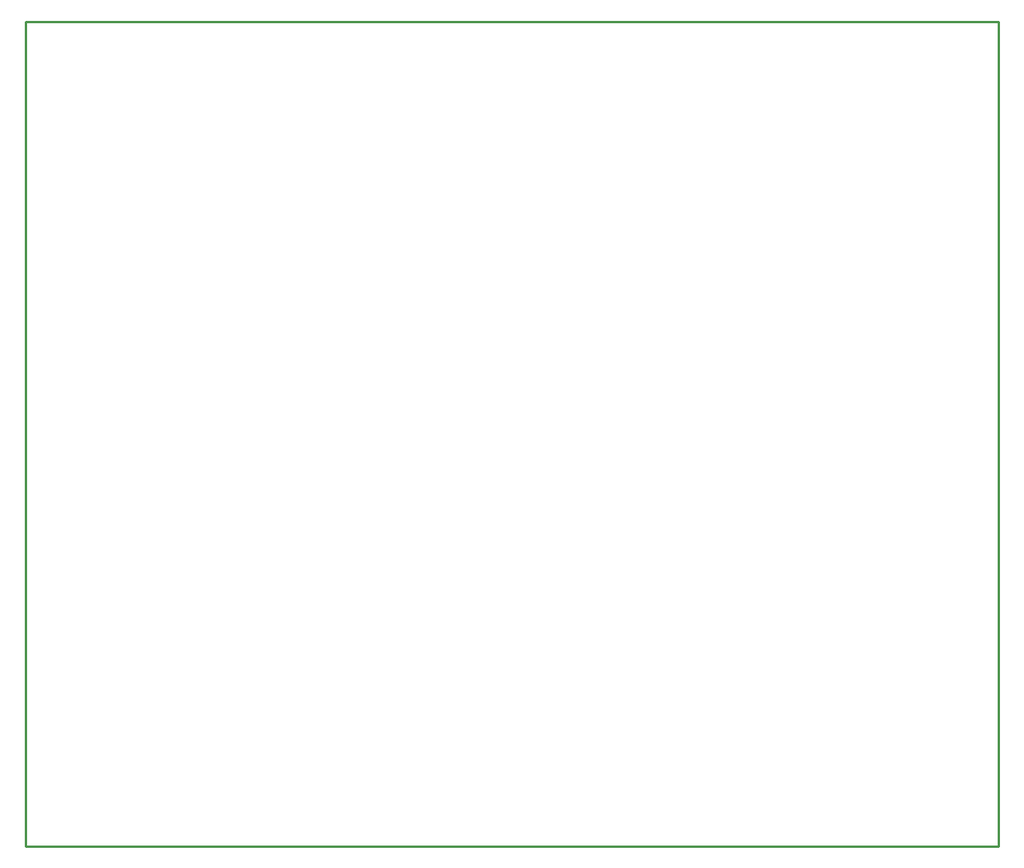
<source format=gbr>
G04 EAGLE Gerber RS-274X export*
G75*
%MOMM*%
%FSLAX34Y34*%
%LPD*%
%IN*%
%IPPOS*%
%AMOC8*
5,1,8,0,0,1.08239X$1,22.5*%
G01*
%ADD10C,0.254000*%


D10*
X-25400Y-76200D02*
X1038100Y-76200D01*
X1038100Y825400D01*
X-25400Y825400D01*
X-25400Y-76200D01*
M02*

</source>
